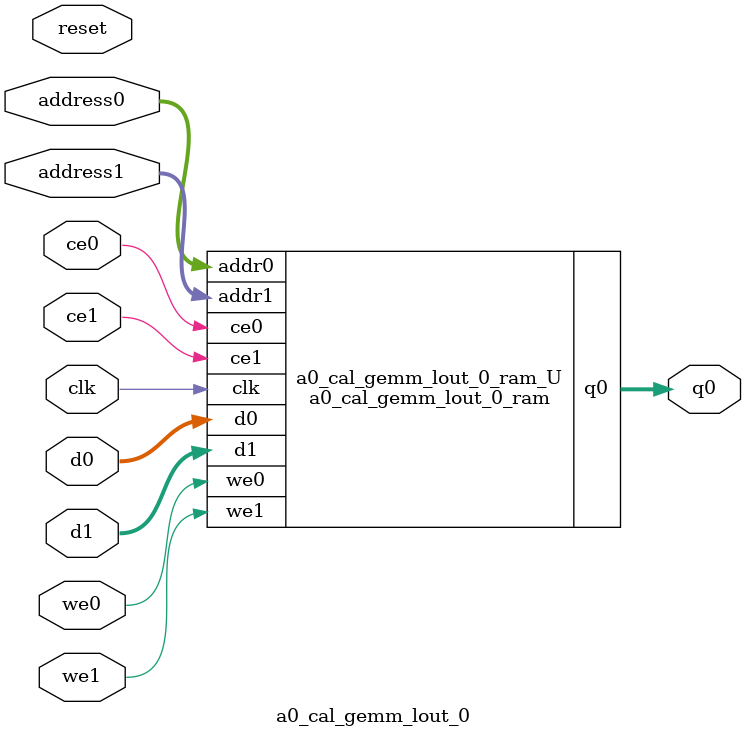
<source format=v>

`timescale 1 ns / 1 ps
module a0_cal_gemm_lout_0_ram (addr0, ce0, d0, we0, q0, addr1, ce1, d1, we1,  clk);

parameter DWIDTH = 32;
parameter AWIDTH = 8;
parameter MEM_SIZE = 169;

input[AWIDTH-1:0] addr0;
input ce0;
input[DWIDTH-1:0] d0;
input we0;
output reg[DWIDTH-1:0] q0;
input[AWIDTH-1:0] addr1;
input ce1;
input[DWIDTH-1:0] d1;
input we1;
input clk;

(* ram_style = "block" *)reg [DWIDTH-1:0] ram[0:MEM_SIZE-1];




always @(posedge clk)  
begin 
    if (ce0) 
    begin
        if (we0) 
        begin 
            ram[addr0] <= d0; 
            q0 <= d0;
        end 
        else 
            q0 <= ram[addr0];
    end
end


always @(posedge clk)  
begin 
    if (ce1) 
    begin
        if (we1) 
        begin 
            ram[addr1] <= d1; 
        end 
    end
end


endmodule


`timescale 1 ns / 1 ps
module a0_cal_gemm_lout_0(
    reset,
    clk,
    address0,
    ce0,
    we0,
    d0,
    q0,
    address1,
    ce1,
    we1,
    d1);

parameter DataWidth = 32'd32;
parameter AddressRange = 32'd169;
parameter AddressWidth = 32'd8;
input reset;
input clk;
input[AddressWidth - 1:0] address0;
input ce0;
input we0;
input[DataWidth - 1:0] d0;
output[DataWidth - 1:0] q0;
input[AddressWidth - 1:0] address1;
input ce1;
input we1;
input[DataWidth - 1:0] d1;



a0_cal_gemm_lout_0_ram a0_cal_gemm_lout_0_ram_U(
    .clk( clk ),
    .addr0( address0 ),
    .ce0( ce0 ),
    .we0( we0 ),
    .d0( d0 ),
    .q0( q0 ),
    .addr1( address1 ),
    .ce1( ce1 ),
    .we1( we1 ),
    .d1( d1 ));

endmodule


</source>
